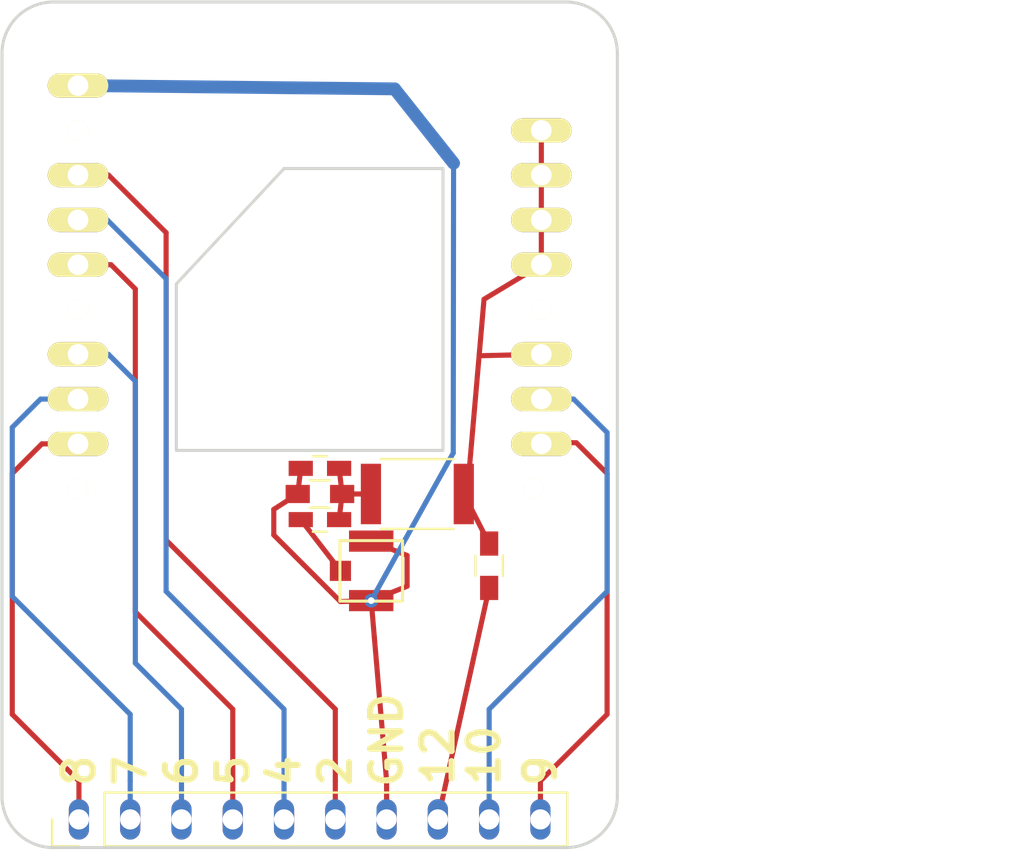
<source format=kicad_pcb>
(kicad_pcb (version 4) (host pcbnew 4.0.2-stable)

  (general
    (links 24)
    (no_connects 0)
    (area 133.274999 90.094999 163.905001 132.155001)
    (thickness 1.6)
    (drawings 35)
    (tracks 78)
    (zones 0)
    (modules 8)
    (nets 14)
  )

  (page A4)
  (layers
    (0 F.Cu signal)
    (31 B.Cu signal)
    (32 B.Adhes user)
    (33 F.Adhes user)
    (34 B.Paste user)
    (35 F.Paste user)
    (36 B.SilkS user)
    (37 F.SilkS user)
    (38 B.Mask user)
    (39 F.Mask user)
    (40 Dwgs.User user)
    (41 Cmts.User user)
    (42 Eco1.User user)
    (43 Eco2.User user)
    (44 Edge.Cuts user)
    (45 Margin user)
    (46 B.CrtYd user hide)
    (47 F.CrtYd user hide)
    (48 B.Fab user hide)
    (49 F.Fab user hide)
  )

  (setup
    (last_trace_width 0.1524)
    (user_trace_width 0.1524)
    (user_trace_width 0.254)
    (user_trace_width 0.3048)
    (user_trace_width 0.635)
    (trace_clearance 0.1524)
    (zone_clearance 0.508)
    (zone_45_only no)
    (trace_min 0.1524)
    (segment_width 0.2)
    (edge_width 0.15)
    (via_size 0.508)
    (via_drill 0.254)
    (via_min_size 0.508)
    (via_min_drill 0.254)
    (user_via 0.6858 0.3302)
    (uvia_size 0.508)
    (uvia_drill 0.254)
    (uvias_allowed no)
    (uvia_min_size 0.508)
    (uvia_min_drill 0.254)
    (pcb_text_width 0.3)
    (pcb_text_size 1.5 1.5)
    (mod_edge_width 0.15)
    (mod_text_size 1 1)
    (mod_text_width 0.15)
    (pad_size 1.524 1.524)
    (pad_drill 0.762)
    (pad_to_mask_clearance 0.0762)
    (aux_axis_origin 0 0)
    (visible_elements 7FFEFF7F)
    (pcbplotparams
      (layerselection 0x010fc_80000001)
      (usegerberextensions true)
      (excludeedgelayer true)
      (linewidth 0.100000)
      (plotframeref false)
      (viasonmask false)
      (mode 1)
      (useauxorigin false)
      (hpglpennumber 1)
      (hpglpenspeed 20)
      (hpglpendiameter 15)
      (hpglpenoverlay 2)
      (psnegative false)
      (psa4output false)
      (plotreference true)
      (plotvalue true)
      (plotinvisibletext false)
      (padsonsilk false)
      (subtractmaskfromsilk true)
      (outputformat 1)
      (mirror false)
      (drillshape 0)
      (scaleselection 1)
      (outputdirectory gerbers/))
  )

  (net 0 "")
  (net 1 "Net-(C1-Pad1)")
  (net 2 ST12)
  (net 3 GND)
  (net 4 "Net-(C3-Pad2)")
  (net 5 ST2)
  (net 6 ST4)
  (net 7 ST5)
  (net 8 ST6)
  (net 9 ST7)
  (net 10 ST8)
  (net 11 ST9)
  (net 12 ST10)
  (net 13 "Net-(C1-Pad2)")

  (net_class Default "This is the default net class."
    (clearance 0.1524)
    (trace_width 0.1524)
    (via_dia 0.508)
    (via_drill 0.254)
    (uvia_dia 0.508)
    (uvia_drill 0.254)
    (add_net GND)
    (add_net "Net-(C1-Pad1)")
    (add_net "Net-(C1-Pad2)")
    (add_net "Net-(C3-Pad2)")
    (add_net ST10)
    (add_net ST12)
    (add_net ST2)
    (add_net ST4)
    (add_net ST5)
    (add_net ST6)
    (add_net ST7)
    (add_net ST8)
    (add_net ST9)
  )

  (module Capacitors_SMD:C_1812 (layer F.Cu) (tedit 5A136BCB) (tstamp 5A1371F5)
    (at 153.924 114.554)
    (descr "Capacitor SMD 1812, reflow soldering, AVX (see smccp.pdf)")
    (tags "capacitor 1812")
    (path /5A134C81)
    (attr smd)
    (fp_text reference C1 (at 0 -2.75) (layer F.SilkS) hide
      (effects (font (size 1 1) (thickness 0.15)))
    )
    (fp_text value 0.1uF (at 0 2.75) (layer F.Fab)
      (effects (font (size 1 1) (thickness 0.15)))
    )
    (fp_text user %R (at 0 -2.75) (layer F.Fab)
      (effects (font (size 1 1) (thickness 0.15)))
    )
    (fp_line (start -2.25 1.6) (end -2.25 -1.6) (layer F.Fab) (width 0.1))
    (fp_line (start 2.25 1.6) (end -2.25 1.6) (layer F.Fab) (width 0.1))
    (fp_line (start 2.25 -1.6) (end 2.25 1.6) (layer F.Fab) (width 0.1))
    (fp_line (start -2.25 -1.6) (end 2.25 -1.6) (layer F.Fab) (width 0.1))
    (fp_line (start 1.8 -1.73) (end -1.8 -1.73) (layer F.SilkS) (width 0.12))
    (fp_line (start -1.8 1.73) (end 1.8 1.73) (layer F.SilkS) (width 0.12))
    (fp_line (start -3.05 -1.85) (end 3.05 -1.85) (layer F.CrtYd) (width 0.05))
    (fp_line (start -3.05 -1.85) (end -3.05 1.85) (layer F.CrtYd) (width 0.05))
    (fp_line (start 3.05 1.85) (end 3.05 -1.85) (layer F.CrtYd) (width 0.05))
    (fp_line (start 3.05 1.85) (end -3.05 1.85) (layer F.CrtYd) (width 0.05))
    (pad 1 smd rect (at -2.3 0) (size 1 3) (layers F.Cu F.Paste F.Mask)
      (net 1 "Net-(C1-Pad1)"))
    (pad 2 smd rect (at 2.3 0) (size 1 3) (layers F.Cu F.Paste F.Mask)
      (net 13 "Net-(C1-Pad2)"))
    (model Capacitors_SMD.3dshapes/C_1812.wrl
      (at (xyz 0 0 0))
      (scale (xyz 1 1 1))
      (rotate (xyz 0 0 0))
    )
  )

  (module Capacitors_SMD:C_0603_HandSoldering (layer F.Cu) (tedit 5A136BC1) (tstamp 5A1365B7)
    (at 149.098 113.284 180)
    (descr "Capacitor SMD 0603, hand soldering")
    (tags "capacitor 0603")
    (path /5A134D33)
    (attr smd)
    (fp_text reference C2 (at 0 -1.25 180) (layer F.SilkS) hide
      (effects (font (size 1 1) (thickness 0.15)))
    )
    (fp_text value 0.1uF (at 0 1.5 180) (layer F.Fab) hide
      (effects (font (size 1 1) (thickness 0.15)))
    )
    (fp_text user %R (at 0 -1.25 180) (layer F.Fab)
      (effects (font (size 1 1) (thickness 0.15)))
    )
    (fp_line (start -0.8 0.4) (end -0.8 -0.4) (layer F.Fab) (width 0.1))
    (fp_line (start 0.8 0.4) (end -0.8 0.4) (layer F.Fab) (width 0.1))
    (fp_line (start 0.8 -0.4) (end 0.8 0.4) (layer F.Fab) (width 0.1))
    (fp_line (start -0.8 -0.4) (end 0.8 -0.4) (layer F.Fab) (width 0.1))
    (fp_line (start -0.35 -0.6) (end 0.35 -0.6) (layer F.SilkS) (width 0.12))
    (fp_line (start 0.35 0.6) (end -0.35 0.6) (layer F.SilkS) (width 0.12))
    (fp_line (start -1.8 -0.65) (end 1.8 -0.65) (layer F.CrtYd) (width 0.05))
    (fp_line (start -1.8 -0.65) (end -1.8 0.65) (layer F.CrtYd) (width 0.05))
    (fp_line (start 1.8 0.65) (end 1.8 -0.65) (layer F.CrtYd) (width 0.05))
    (fp_line (start 1.8 0.65) (end -1.8 0.65) (layer F.CrtYd) (width 0.05))
    (pad 1 smd rect (at -0.95 0 180) (size 1.2 0.75) (layers F.Cu F.Paste F.Mask)
      (net 1 "Net-(C1-Pad1)"))
    (pad 2 smd rect (at 0.95 0 180) (size 1.2 0.75) (layers F.Cu F.Paste F.Mask)
      (net 3 GND))
    (model Capacitors_SMD.3dshapes/C_0603.wrl
      (at (xyz 0 0 0))
      (scale (xyz 1 1 1))
      (rotate (xyz 0 0 0))
    )
  )

  (module Capacitors_SMD:C_0603_HandSoldering (layer F.Cu) (tedit 5A136BC7) (tstamp 5A1365C8)
    (at 149.098 115.824 180)
    (descr "Capacitor SMD 0603, hand soldering")
    (tags "capacitor 0603")
    (path /5A134D66)
    (attr smd)
    (fp_text reference C3 (at 0 -1.25 180) (layer F.SilkS) hide
      (effects (font (size 1 1) (thickness 0.15)))
    )
    (fp_text value 0.1uF (at 0 1.5 180) (layer F.Fab)
      (effects (font (size 1 1) (thickness 0.15)))
    )
    (fp_text user %R (at 0 -1.25 180) (layer F.Fab)
      (effects (font (size 1 1) (thickness 0.15)))
    )
    (fp_line (start -0.8 0.4) (end -0.8 -0.4) (layer F.Fab) (width 0.1))
    (fp_line (start 0.8 0.4) (end -0.8 0.4) (layer F.Fab) (width 0.1))
    (fp_line (start 0.8 -0.4) (end 0.8 0.4) (layer F.Fab) (width 0.1))
    (fp_line (start -0.8 -0.4) (end 0.8 -0.4) (layer F.Fab) (width 0.1))
    (fp_line (start -0.35 -0.6) (end 0.35 -0.6) (layer F.SilkS) (width 0.12))
    (fp_line (start 0.35 0.6) (end -0.35 0.6) (layer F.SilkS) (width 0.12))
    (fp_line (start -1.8 -0.65) (end 1.8 -0.65) (layer F.CrtYd) (width 0.05))
    (fp_line (start -1.8 -0.65) (end -1.8 0.65) (layer F.CrtYd) (width 0.05))
    (fp_line (start 1.8 0.65) (end 1.8 -0.65) (layer F.CrtYd) (width 0.05))
    (fp_line (start 1.8 0.65) (end -1.8 0.65) (layer F.CrtYd) (width 0.05))
    (pad 1 smd rect (at -0.95 0 180) (size 1.2 0.75) (layers F.Cu F.Paste F.Mask)
      (net 1 "Net-(C1-Pad1)"))
    (pad 2 smd rect (at 0.95 0 180) (size 1.2 0.75) (layers F.Cu F.Paste F.Mask)
      (net 4 "Net-(C3-Pad2)"))
    (model Capacitors_SMD.3dshapes/C_0603.wrl
      (at (xyz 0 0 0))
      (scale (xyz 1 1 1))
      (rotate (xyz 0 0 0))
    )
  )

  (module HVTest:U.FL-R-SMT (layer F.Cu) (tedit 5A136D9B) (tstamp 5A1365D3)
    (at 151.638 118.364 270)
    (path /5A134DAA)
    (fp_text reference J1 (at 3.81 2.54 270) (layer F.SilkS) hide
      (effects (font (size 1 1) (thickness 0.15)))
    )
    (fp_text value UFL-CONN (at 0 -2.54 270) (layer F.Fab) hide
      (effects (font (size 1 1) (thickness 0.15)))
    )
    (fp_line (start -1.5 -1.55) (end -1.5 1.55) (layer F.SilkS) (width 0.15))
    (fp_line (start -1.5 1.55) (end 1.5 1.55) (layer F.SilkS) (width 0.15))
    (fp_line (start 1.5 1.55) (end 1.5 -1.55) (layer F.SilkS) (width 0.15))
    (fp_line (start 1.5 -1.55) (end -1.5 -1.55) (layer F.SilkS) (width 0.15))
    (pad 2 smd rect (at -1.475 0 270) (size 1.05 2.2) (layers F.Cu F.Paste F.Mask)
      (net 3 GND))
    (pad 3 smd rect (at 1.475 0 270) (size 1.05 2.2) (layers F.Cu F.Paste F.Mask)
      (net 3 GND))
    (pad 1 smd rect (at 0 1.525 270) (size 1 1.05) (layers F.Cu F.Paste F.Mask)
      (net 4 "Net-(C3-Pad2)"))
  )

  (module HVTest:Pin_Header_Straight_1x10_Pitch2.54mm-narrowforhv (layer F.Cu) (tedit 5A136D9D) (tstamp 5A1365F1)
    (at 137.16 130.683 90)
    (descr "Through hole straight pin header, 1x10, 2.54mm pitch, single row")
    (tags "Through hole pin header THT 1x10 2.54mm single row")
    (path /5A1348E0)
    (fp_text reference P1 (at 0 -2.33 90) (layer F.SilkS) hide
      (effects (font (size 1 1) (thickness 0.15)))
    )
    (fp_text value CONN_01X10 (at 0 25.19 90) (layer F.Fab)
      (effects (font (size 1 1) (thickness 0.15)))
    )
    (fp_line (start -0.635 -1.27) (end 1.27 -1.27) (layer F.Fab) (width 0.1))
    (fp_line (start 1.27 -1.27) (end 1.27 24.13) (layer F.Fab) (width 0.1))
    (fp_line (start 1.27 24.13) (end -1.27 24.13) (layer F.Fab) (width 0.1))
    (fp_line (start -1.27 24.13) (end -1.27 -0.635) (layer F.Fab) (width 0.1))
    (fp_line (start -1.27 -0.635) (end -0.635 -1.27) (layer F.Fab) (width 0.1))
    (fp_line (start -1.33 24.19) (end 1.33 24.19) (layer F.SilkS) (width 0.12))
    (fp_line (start -1.33 1.27) (end -1.33 24.19) (layer F.SilkS) (width 0.12))
    (fp_line (start 1.33 1.27) (end 1.33 24.19) (layer F.SilkS) (width 0.12))
    (fp_line (start -1.33 1.27) (end 1.33 1.27) (layer F.SilkS) (width 0.12))
    (fp_line (start -1.33 0) (end -1.33 -1.33) (layer F.SilkS) (width 0.12))
    (fp_line (start -1.33 -1.33) (end 0 -1.33) (layer F.SilkS) (width 0.12))
    (fp_line (start -1.8 -1.8) (end -1.8 24.65) (layer F.CrtYd) (width 0.05))
    (fp_line (start -1.8 24.65) (end 1.8 24.65) (layer F.CrtYd) (width 0.05))
    (fp_line (start 1.8 24.65) (end 1.8 -1.8) (layer F.CrtYd) (width 0.05))
    (fp_line (start 1.8 -1.8) (end -1.8 -1.8) (layer F.CrtYd) (width 0.05))
    (fp_text user %R (at 0 11.43 180) (layer F.Fab)
      (effects (font (size 1 1) (thickness 0.15)))
    )
    (pad 1 thru_hole oval (at 0 0 90) (size 2 1) (drill 1) (layers *.Cu *.Mask)
      (net 10 ST8))
    (pad 2 thru_hole oval (at 0 2.54 90) (size 2 1) (drill 1) (layers *.Cu *.Mask)
      (net 9 ST7))
    (pad 3 thru_hole oval (at 0 5.08 90) (size 2 1) (drill 1) (layers *.Cu *.Mask)
      (net 8 ST6))
    (pad 4 thru_hole oval (at 0 7.62 90) (size 2 1) (drill 1) (layers *.Cu *.Mask)
      (net 7 ST5))
    (pad 5 thru_hole oval (at 0 10.16 90) (size 2 1) (drill 1) (layers *.Cu *.Mask)
      (net 6 ST4))
    (pad 6 thru_hole oval (at 0 12.7 90) (size 2 1) (drill 1) (layers *.Cu *.Mask)
      (net 5 ST2))
    (pad 7 thru_hole oval (at 0 15.24 90) (size 2 1) (drill 1) (layers *.Cu *.Mask)
      (net 3 GND))
    (pad 8 thru_hole oval (at 0 17.78 90) (size 2 1) (drill 1) (layers *.Cu *.Mask)
      (net 2 ST12))
    (pad 9 thru_hole oval (at 0 20.32 90) (size 2 1) (drill 1) (layers *.Cu *.Mask)
      (net 12 ST10))
    (pad 10 thru_hole oval (at 0 22.86 90) (size 2 1) (drill 1) (layers *.Cu *.Mask)
      (net 11 ST9))
    (model ${KISYS3DMOD}/Pin_Headers.3dshapes/Pin_Header_Straight_1x10_Pitch2.54mm.wrl
      (at (xyz 0 0 0))
      (scale (xyz 1 1 1))
      (rotate (xyz 0 0 0))
    )
  )

  (module Resistors_SMD:R_0603_HandSoldering (layer F.Cu) (tedit 5A136BC5) (tstamp 5A136602)
    (at 149.098 114.554 180)
    (descr "Resistor SMD 0603, hand soldering")
    (tags "resistor 0603")
    (path /5A134CEF)
    (attr smd)
    (fp_text reference R1 (at 0 -1.45 180) (layer F.SilkS) hide
      (effects (font (size 1 1) (thickness 0.15)))
    )
    (fp_text value 1M (at 0 1.55 180) (layer F.Fab)
      (effects (font (size 1 1) (thickness 0.15)))
    )
    (fp_text user %R (at 0 0 180) (layer F.Fab)
      (effects (font (size 0.4 0.4) (thickness 0.075)))
    )
    (fp_line (start -0.8 0.4) (end -0.8 -0.4) (layer F.Fab) (width 0.1))
    (fp_line (start 0.8 0.4) (end -0.8 0.4) (layer F.Fab) (width 0.1))
    (fp_line (start 0.8 -0.4) (end 0.8 0.4) (layer F.Fab) (width 0.1))
    (fp_line (start -0.8 -0.4) (end 0.8 -0.4) (layer F.Fab) (width 0.1))
    (fp_line (start 0.5 0.68) (end -0.5 0.68) (layer F.SilkS) (width 0.12))
    (fp_line (start -0.5 -0.68) (end 0.5 -0.68) (layer F.SilkS) (width 0.12))
    (fp_line (start -1.96 -0.7) (end 1.95 -0.7) (layer F.CrtYd) (width 0.05))
    (fp_line (start -1.96 -0.7) (end -1.96 0.7) (layer F.CrtYd) (width 0.05))
    (fp_line (start 1.95 0.7) (end 1.95 -0.7) (layer F.CrtYd) (width 0.05))
    (fp_line (start 1.95 0.7) (end -1.96 0.7) (layer F.CrtYd) (width 0.05))
    (pad 1 smd rect (at -1.1 0 180) (size 1.2 0.9) (layers F.Cu F.Paste F.Mask)
      (net 1 "Net-(C1-Pad1)"))
    (pad 2 smd rect (at 1.1 0 180) (size 1.2 0.9) (layers F.Cu F.Paste F.Mask)
      (net 3 GND))
    (model ${KISYS3DMOD}/Resistors_SMD.3dshapes/R_0603.wrl
      (at (xyz 0 0 0))
      (scale (xyz 1 1 1))
      (rotate (xyz 0 0 0))
    )
  )

  (module CsIPMTBreakout:R11265U-PMT-socket (layer F.Cu) (tedit 5A136BB7) (tstamp 5A136619)
    (at 148.59 105.41)
    (path /5A1348B2)
    (fp_text reference U1 (at 0 1) (layer F.SilkS) hide
      (effects (font (size 1 1) (thickness 0.15)))
    )
    (fp_text value R11265U-PMT-socket (at 0 -1) (layer F.Fab) hide
      (effects (font (size 1 1) (thickness 0.15)))
    )
    (pad 1 thru_hole oval (at -11.475 -11.1) (size 3 1.2) (drill 1.02) (layers *.Cu *.Mask F.SilkS)
      (net 3 GND))
    (pad "" np_thru_hole oval (at -11.475 -8.88) (size 1.02 1.02) (drill 1.02) (layers *.Cu *.Mask F.SilkS))
    (pad 2 thru_hole oval (at -11.475 -6.66) (size 3 1.2) (drill 1.02) (layers *.Cu *.Mask F.SilkS)
      (net 5 ST2))
    (pad 3 thru_hole oval (at -11.475 -4.44) (size 3 1.2) (drill 1.02) (layers *.Cu *.Mask F.SilkS)
      (net 6 ST4))
    (pad 4 thru_hole oval (at -11.475 -2.22) (size 3 1.2) (drill 1.02) (layers *.Cu *.Mask F.SilkS)
      (net 7 ST5))
    (pad "" np_thru_hole oval (at -11.475 0) (size 1.02 1.02) (drill 1.02) (layers *.Cu *.Mask F.SilkS))
    (pad 5 thru_hole oval (at -11.475 2.22) (size 3 1.2) (drill 1.02) (layers *.Cu *.Mask F.SilkS)
      (net 8 ST6))
    (pad 6 thru_hole oval (at -11.475 4.44) (size 3 1.2) (drill 1.02) (layers *.Cu *.Mask F.SilkS)
      (net 9 ST7))
    (pad 7 thru_hole oval (at -11.475 6.66) (size 3 1.2) (drill 1.02) (layers *.Cu *.Mask F.SilkS)
      (net 10 ST8))
    (pad "" np_thru_hole oval (at -11.475 8.88) (size 1.02 1.02) (drill 1.02) (layers *.Cu *.Mask F.SilkS))
    (pad "" np_thru_hole oval (at 11.085 8.88) (size 1.02 1.02) (drill 1.02) (layers *.Cu *.Mask F.SilkS))
    (pad 8 thru_hole oval (at 11.475 6.66) (size 3 1.2) (drill 1.02) (layers *.Cu *.Mask F.SilkS)
      (net 11 ST9))
    (pad 9 thru_hole oval (at 11.475 4.44) (size 3 1.2) (drill 1.02) (layers *.Cu *.Mask F.SilkS)
      (net 12 ST10))
    (pad 10 thru_hole oval (at 11.475 2.22) (size 3 1.2) (drill 1.02) (layers *.Cu *.Mask F.SilkS)
      (net 13 "Net-(C1-Pad2)"))
    (pad "" np_thru_hole oval (at 11.475 0) (size 1.02 1.02) (drill 1.02) (layers *.Cu *.Mask F.SilkS))
    (pad 11 thru_hole oval (at 11.475 -2.22) (size 3 1.2) (drill 1.02) (layers *.Cu *.Mask F.SilkS)
      (net 13 "Net-(C1-Pad2)"))
    (pad 12 thru_hole oval (at 11.475 -4.44) (size 3 1.2) (drill 1.02) (layers *.Cu *.Mask F.SilkS)
      (net 13 "Net-(C1-Pad2)"))
    (pad 13 thru_hole oval (at 11.475 -6.66) (size 3 1.2) (drill 1.02) (layers *.Cu *.Mask F.SilkS)
      (net 13 "Net-(C1-Pad2)"))
    (pad 14 thru_hole oval (at 11.475 -8.88) (size 3 1.2) (drill 1.02) (layers *.Cu *.Mask F.SilkS)
      (net 13 "Net-(C1-Pad2)"))
  )

  (module Resistors_SMD:R_0603_HandSoldering (layer F.Cu) (tedit 5A146236) (tstamp 5A1461EF)
    (at 157.48 118.11 270)
    (descr "Resistor SMD 0603, hand soldering")
    (tags "resistor 0603")
    (path /5A146277)
    (attr smd)
    (fp_text reference R2 (at 0 -1.45 270) (layer F.SilkS) hide
      (effects (font (size 1 1) (thickness 0.15)))
    )
    (fp_text value 2M (at 0 1.55 270) (layer F.Fab)
      (effects (font (size 1 1) (thickness 0.15)))
    )
    (fp_text user %R (at 0 0 270) (layer F.Fab)
      (effects (font (size 0.4 0.4) (thickness 0.075)))
    )
    (fp_line (start -0.8 0.4) (end -0.8 -0.4) (layer F.Fab) (width 0.1))
    (fp_line (start 0.8 0.4) (end -0.8 0.4) (layer F.Fab) (width 0.1))
    (fp_line (start 0.8 -0.4) (end 0.8 0.4) (layer F.Fab) (width 0.1))
    (fp_line (start -0.8 -0.4) (end 0.8 -0.4) (layer F.Fab) (width 0.1))
    (fp_line (start 0.5 0.68) (end -0.5 0.68) (layer F.SilkS) (width 0.12))
    (fp_line (start -0.5 -0.68) (end 0.5 -0.68) (layer F.SilkS) (width 0.12))
    (fp_line (start -1.96 -0.7) (end 1.95 -0.7) (layer F.CrtYd) (width 0.05))
    (fp_line (start -1.96 -0.7) (end -1.96 0.7) (layer F.CrtYd) (width 0.05))
    (fp_line (start 1.95 0.7) (end 1.95 -0.7) (layer F.CrtYd) (width 0.05))
    (fp_line (start 1.95 0.7) (end -1.96 0.7) (layer F.CrtYd) (width 0.05))
    (pad 1 smd rect (at -1.1 0 270) (size 1.2 0.9) (layers F.Cu F.Paste F.Mask)
      (net 13 "Net-(C1-Pad2)"))
    (pad 2 smd rect (at 1.1 0 270) (size 1.2 0.9) (layers F.Cu F.Paste F.Mask)
      (net 2 ST12))
    (model ${KISYS3DMOD}/Resistors_SMD.3dshapes/R_0603.wrl
      (at (xyz 0 0 0))
      (scale (xyz 1 1 1))
      (rotate (xyz 0 0 0))
    )
  )

  (gr_text "Outline of PMT" (at 175.3 113.95) (layer Cmts.User)
    (effects (font (size 1.5 1.5) (thickness 0.3)))
  )
  (gr_line (start 163.7 120.6) (end 171.75 115.2) (angle 90) (layer Cmts.User) (width 0.2))
  (gr_text 8 (at 137.16 128.27 90) (layer F.SilkS)
    (effects (font (size 1.5 1.5) (thickness 0.3)))
  )
  (gr_text 7 (at 139.7 128.27 90) (layer F.SilkS)
    (effects (font (size 1.5 1.5) (thickness 0.3)))
  )
  (gr_text 6 (at 142.24 128.27 90) (layer F.SilkS)
    (effects (font (size 1.5 1.5) (thickness 0.3)))
  )
  (gr_text 5 (at 144.78 128.27 90) (layer F.SilkS)
    (effects (font (size 1.5 1.5) (thickness 0.3)))
  )
  (gr_text 4 (at 147.32 128.27 90) (layer F.SilkS)
    (effects (font (size 1.5 1.5) (thickness 0.3)))
  )
  (gr_text 2 (at 149.86 128.27 90) (layer F.SilkS)
    (effects (font (size 1.5 1.5) (thickness 0.3)))
  )
  (gr_text GND (at 152.4 126.746 90) (layer F.SilkS)
    (effects (font (size 1.5 1.5) (thickness 0.3)))
  )
  (gr_text 12 (at 154.94 127.508 90) (layer F.SilkS)
    (effects (font (size 1.5 1.5) (thickness 0.3)))
  )
  (gr_text 9 (at 160.02 128.27 90) (layer F.SilkS)
    (effects (font (size 1.5 1.5) (thickness 0.3)))
  )
  (gr_text 10 (at 157.226 127.508 90) (layer F.SilkS)
    (effects (font (size 1.5 1.5) (thickness 0.3)))
  )
  (gr_line (start 135.89 132.08) (end 161.29 132.08) (angle 90) (layer Edge.Cuts) (width 0.15))
  (gr_line (start 133.35 129.54) (end 133.35 92.71) (angle 90) (layer Edge.Cuts) (width 0.15))
  (gr_line (start 163.83 129.54) (end 163.83 92.71) (angle 90) (layer Edge.Cuts) (width 0.15))
  (gr_arc (start 135.89 129.54) (end 135.89 132.08) (angle 90) (layer Edge.Cuts) (width 0.15))
  (gr_arc (start 161.29 129.54) (end 163.83 129.54) (angle 90) (layer Edge.Cuts) (width 0.15))
  (gr_line (start 161.29 90.17) (end 135.89 90.17) (angle 90) (layer Edge.Cuts) (width 0.15))
  (gr_arc (start 135.89 92.71) (end 133.35 92.71) (angle 90) (layer Edge.Cuts) (width 0.15))
  (gr_arc (start 161.29 92.71) (end 161.29 90.17) (angle 90) (layer Edge.Cuts) (width 0.15))
  (gr_line (start 141.986 112.395) (end 141.986 104.14) (angle 90) (layer Edge.Cuts) (width 0.15))
  (gr_line (start 155.194 112.395) (end 141.986 112.395) (angle 90) (layer Edge.Cuts) (width 0.15))
  (gr_line (start 155.194 98.425) (end 155.194 112.395) (angle 90) (layer Edge.Cuts) (width 0.15))
  (gr_line (start 147.32 98.425) (end 155.194 98.425) (angle 90) (layer Edge.Cuts) (width 0.15))
  (gr_line (start 141.986 104.14) (end 147.32 98.425) (angle 90) (layer Edge.Cuts) (width 0.15))
  (gr_line (start 142.494 104.14) (end 147.574 99.314) (angle 90) (layer Cmts.User) (width 0.2))
  (gr_line (start 154.686 111.506) (end 154.686 99.314) (angle 90) (layer Cmts.User) (width 0.2))
  (gr_line (start 142.494 111.506) (end 154.686 111.506) (angle 90) (layer Cmts.User) (width 0.2))
  (gr_line (start 142.494 99.314) (end 142.494 111.506) (angle 90) (layer Cmts.User) (width 0.2))
  (gr_line (start 154.686 99.314) (end 142.494 99.314) (angle 90) (layer Cmts.User) (width 0.2))
  (gr_line (start 133.35 120.65) (end 133.35 90.17) (angle 90) (layer Cmts.User) (width 0.2))
  (gr_line (start 163.83 120.65) (end 133.35 120.65) (angle 90) (layer Cmts.User) (width 0.2))
  (gr_line (start 163.83 119.38) (end 163.83 120.65) (angle 90) (layer Cmts.User) (width 0.2))
  (gr_line (start 163.83 90.17) (end 163.83 119.38) (angle 90) (layer Cmts.User) (width 0.2))
  (gr_line (start 133.35 90.17) (end 163.83 90.17) (angle 90) (layer Cmts.User) (width 0.2))

  (segment (start 150.198 114.554) (end 150.048 115.824) (width 0.254) (layer F.Cu) (net 1) (tstamp 5A13787D))
  (segment (start 150.048 113.284) (end 150.198 114.554) (width 0.254) (layer F.Cu) (net 1) (tstamp 5A13787A))
  (segment (start 151.624 114.554) (end 150.198 114.554) (width 0.254) (layer F.Cu) (net 1) (tstamp 5A137877))
  (segment (start 154.94 130.683) (end 157.48 119.21) (width 0.254) (layer F.Cu) (net 2) (tstamp 5A146216))
  (segment (start 152.4 130.683) (end 152.4 128.778) (width 0.254) (layer F.Cu) (net 3) (tstamp 5A144A66))
  (segment (start 152.4 128.778) (end 151.792618 121.652819) (width 0.254) (layer F.Cu) (net 3) (tstamp 5A137728))
  (segment (start 151.792618 121.652819) (end 151.638 119.839) (width 0.254) (layer F.Cu) (net 3) (tstamp 5A137750))
  (segment (start 151.638 116.889) (end 153.416 117.602) (width 0.254) (layer F.Cu) (net 3) (tstamp 5A13788F))
  (segment (start 153.416 119.126) (end 151.638 119.839) (width 0.254) (layer F.Cu) (net 3) (tstamp 5A137894))
  (segment (start 153.416 117.602) (end 153.416 119.126) (width 0.254) (layer F.Cu) (net 3) (tstamp 5A137890))
  (segment (start 147.998 114.554) (end 146.812 115.316) (width 0.254) (layer F.Cu) (net 3) (tstamp 5A137886))
  (segment (start 150.114 119.888) (end 151.638 119.839) (width 0.254) (layer F.Cu) (net 3) (tstamp 5A13788B))
  (segment (start 146.812 116.586) (end 150.114 119.888) (width 0.254) (layer F.Cu) (net 3) (tstamp 5A137889))
  (segment (start 146.812 115.316) (end 146.812 116.586) (width 0.254) (layer F.Cu) (net 3) (tstamp 5A137887))
  (segment (start 148.148 113.284) (end 147.998 114.554) (width 0.254) (layer F.Cu) (net 3) (tstamp 5A137880))
  (via (at 151.638 119.839) (size 0.6858) (drill 0.3302) (layers F.Cu B.Cu) (net 3))
  (segment (start 155.702 112.522) (end 151.638 119.839) (width 0.254) (layer B.Cu) (net 3) (tstamp 5A1377DF))
  (segment (start 155.702 112.522) (end 155.71813 98.158207) (width 0.254) (layer B.Cu) (net 3) (tstamp 5A1377E0))
  (segment (start 155.71813 98.158207) (end 152.79713 94.475207) (width 0.635) (layer B.Cu) (net 3) (tstamp 5A1377E2))
  (segment (start 137.115 94.31) (end 152.79713 94.475207) (width 0.635) (layer B.Cu) (net 3) (tstamp 5A1377E4))
  (segment (start 148.148 115.824) (end 150.113 118.364) (width 0.254) (layer F.Cu) (net 4) (tstamp 5A137883))
  (segment (start 149.86 130.683) (end 149.86 128.778) (width 0.254) (layer F.Cu) (net 5) (tstamp 5A144A69))
  (segment (start 149.86 125.222) (end 141.478 116.84) (width 0.254) (layer F.Cu) (net 5) (tstamp 5A1375B3))
  (segment (start 141.478 116.84) (end 141.478 101.6) (width 0.254) (layer F.Cu) (net 5) (tstamp 5A1375B4))
  (segment (start 141.478 101.6) (end 138.628 98.75) (width 0.254) (layer F.Cu) (net 5) (tstamp 5A1375B6))
  (segment (start 138.628 98.75) (end 137.115 98.75) (width 0.254) (layer F.Cu) (net 5) (tstamp 5A1375B8))
  (segment (start 149.86 128.778) (end 149.86 125.222) (width 0.254) (layer F.Cu) (net 5))
  (segment (start 147.32 130.683) (end 147.32 128.778) (width 0.254) (layer B.Cu) (net 6) (tstamp 5A144A6C))
  (segment (start 147.32 125.222) (end 141.478 119.38) (width 0.254) (layer B.Cu) (net 6) (tstamp 5A1375AA))
  (segment (start 141.478 119.38) (end 141.478 103.886) (width 0.254) (layer B.Cu) (net 6) (tstamp 5A1375AB))
  (segment (start 141.478 103.886) (end 138.562 100.97) (width 0.254) (layer B.Cu) (net 6) (tstamp 5A1375AD))
  (segment (start 147.32 128.778) (end 147.32 125.222) (width 0.254) (layer B.Cu) (net 6))
  (segment (start 138.562 100.97) (end 137.115 100.97) (width 0.254) (layer B.Cu) (net 6) (tstamp 5A1375AF))
  (segment (start 138.562 100.97) (end 137.115 100.97) (width 0.254) (layer B.Cu) (net 6) (tstamp 5A1374F7))
  (segment (start 144.78 130.683) (end 144.78 128.778) (width 0.254) (layer F.Cu) (net 7) (tstamp 5A144A6F))
  (segment (start 144.78 125.222) (end 139.954 120.396) (width 0.254) (layer F.Cu) (net 7) (tstamp 5A1375A1))
  (segment (start 139.954 120.396) (end 139.954 104.394) (width 0.254) (layer F.Cu) (net 7) (tstamp 5A1375A2))
  (segment (start 139.954 104.394) (end 138.75 103.19) (width 0.254) (layer F.Cu) (net 7) (tstamp 5A1375A4))
  (segment (start 138.75 103.19) (end 137.115 103.19) (width 0.254) (layer F.Cu) (net 7) (tstamp 5A1375A6))
  (segment (start 144.78 128.778) (end 144.78 125.222) (width 0.254) (layer F.Cu) (net 7))
  (segment (start 142.24 130.683) (end 142.24 128.778) (width 0.254) (layer B.Cu) (net 8) (tstamp 5A144A72))
  (segment (start 142.24 125.222) (end 139.954 122.936) (width 0.254) (layer B.Cu) (net 8) (tstamp 5A137596))
  (segment (start 139.954 122.936) (end 139.954 108.966) (width 0.254) (layer B.Cu) (net 8) (tstamp 5A137597))
  (segment (start 139.954 108.966) (end 138.618 107.63) (width 0.254) (layer B.Cu) (net 8) (tstamp 5A137599))
  (segment (start 138.618 107.63) (end 137.115 107.63) (width 0.254) (layer B.Cu) (net 8) (tstamp 5A13759B))
  (segment (start 142.24 128.778) (end 142.24 125.222) (width 0.254) (layer B.Cu) (net 8))
  (segment (start 139.7 130.683) (end 139.7 128.778) (width 0.254) (layer B.Cu) (net 9) (tstamp 5A144A76))
  (segment (start 139.7 125.476) (end 133.858 119.634) (width 0.254) (layer B.Cu) (net 9) (tstamp 5A13758D))
  (segment (start 133.858 119.634) (end 133.858 111.252) (width 0.254) (layer B.Cu) (net 9) (tstamp 5A13758E))
  (segment (start 133.858 111.252) (end 135.26 109.85) (width 0.254) (layer B.Cu) (net 9) (tstamp 5A137590))
  (segment (start 135.26 109.85) (end 137.115 109.85) (width 0.254) (layer B.Cu) (net 9) (tstamp 5A137592))
  (segment (start 139.7 128.778) (end 139.7 125.476) (width 0.254) (layer B.Cu) (net 9))
  (segment (start 137.16 130.683) (end 137.16 128.778) (width 0.254) (layer F.Cu) (net 10) (tstamp 5A144A79))
  (segment (start 133.858 125.476) (end 133.858 113.538) (width 0.254) (layer F.Cu) (net 10) (tstamp 5A137585))
  (segment (start 133.858 113.538) (end 135.326 112.07) (width 0.254) (layer F.Cu) (net 10) (tstamp 5A137587))
  (segment (start 135.326 112.07) (end 137.115 112.07) (width 0.254) (layer F.Cu) (net 10) (tstamp 5A137589))
  (segment (start 137.16 128.778) (end 133.858 125.476) (width 0.254) (layer F.Cu) (net 10))
  (segment (start 160.02 130.683) (end 160.02 128.778) (width 0.254) (layer F.Cu) (net 11) (tstamp 5A144A56))
  (segment (start 163.322 125.476) (end 163.322 113.538) (width 0.254) (layer F.Cu) (net 11) (tstamp 5A13766A))
  (segment (start 163.322 113.538) (end 161.798 112.014) (width 0.254) (layer F.Cu) (net 11) (tstamp 5A13766B))
  (segment (start 161.798 112.014) (end 160.121 112.014) (width 0.254) (layer F.Cu) (net 11) (tstamp 5A13766D))
  (segment (start 160.02 128.778) (end 163.322 125.476) (width 0.254) (layer F.Cu) (net 11))
  (segment (start 160.121 112.014) (end 160.065 112.07) (width 0.254) (layer F.Cu) (net 11) (tstamp 5A13766E))
  (segment (start 157.48 130.683) (end 157.48 128.778) (width 0.254) (layer B.Cu) (net 12) (tstamp 5A144A60))
  (segment (start 161.666 109.85) (end 160.065 109.85) (width 0.254) (layer B.Cu) (net 12) (tstamp 5A13770B))
  (segment (start 163.322 111.506) (end 161.666 109.85) (width 0.254) (layer B.Cu) (net 12) (tstamp 5A137709))
  (segment (start 163.322 119.38) (end 163.322 111.506) (width 0.254) (layer B.Cu) (net 12) (tstamp 5A137708))
  (segment (start 157.48 125.222) (end 163.322 119.38) (width 0.254) (layer B.Cu) (net 12) (tstamp 5A137707))
  (segment (start 157.48 128.778) (end 157.48 125.222) (width 0.254) (layer B.Cu) (net 12))
  (segment (start 157.48 117.01) (end 156.224 114.554) (width 0.254) (layer F.Cu) (net 13) (tstamp 5A14621B))
  (segment (start 160.065 107.63) (end 156.983512 107.701637) (width 0.254) (layer F.Cu) (net 13) (tstamp 5A137723))
  (segment (start 156.983512 107.701637) (end 156.983512 107.701634) (width 0.254) (layer F.Cu) (net 13) (tstamp 5A137725))
  (segment (start 156.478 113.538) (end 156.983512 107.701634) (width 0.254) (layer F.Cu) (net 13) (tstamp 5A13771B))
  (segment (start 156.983512 107.701634) (end 157.226 104.902) (width 0.254) (layer F.Cu) (net 13) (tstamp 5A137726))
  (segment (start 157.226 104.902) (end 160.065 103.19) (width 0.254) (layer F.Cu) (net 13) (tstamp 5A13771C))
  (segment (start 160.065 96.53) (end 160.065 98.75) (width 0.254) (layer F.Cu) (net 13) (tstamp 5A136D44))
  (segment (start 160.065 100.97) (end 160.065 103.19) (width 0.254) (layer F.Cu) (net 13) (tstamp 5A136D4A))
  (segment (start 160.065 98.75) (end 160.065 100.97) (width 0.254) (layer F.Cu) (net 13) (tstamp 5A136D47))

)

</source>
